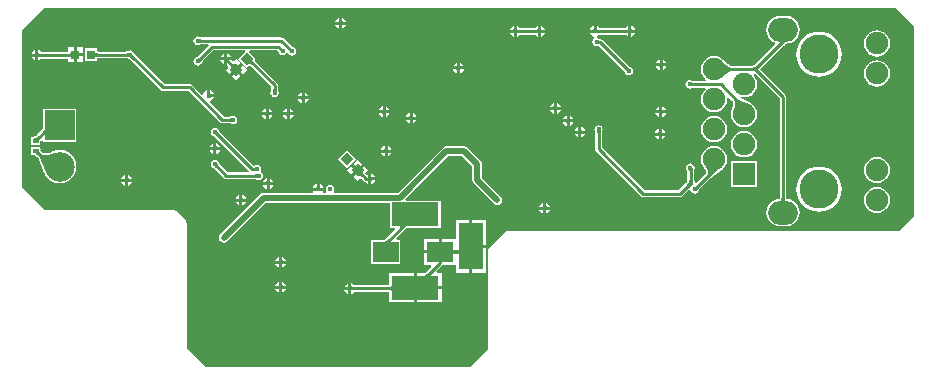
<source format=gbl>
G04*
G04 #@! TF.GenerationSoftware,Altium Limited,Altium Designer,18.1.9 (240)*
G04*
G04 Layer_Physical_Order=2*
G04 Layer_Color=16711680*
%FSLAX25Y25*%
%MOIN*%
G70*
G01*
G75*
%ADD10C,0.01000*%
%ADD12C,0.02000*%
%ADD24R,0.01968X0.01575*%
%ADD71R,0.07500X0.07500*%
%ADD72C,0.07500*%
%ADD73O,0.09843X0.07874*%
%ADD74C,0.13000*%
%ADD75R,0.09843X0.09843*%
%ADD76C,0.09843*%
%ADD77R,0.15748X0.07874*%
%ADD78R,0.07874X0.15748*%
%ADD79C,0.01600*%
%ADD80R,0.03000X0.03000*%
%ADD81R,0.08661X0.06890*%
%ADD82P,0.04243X4X270.0*%
%ADD83P,0.04243X4X360.0*%
G36*
X580878Y247235D02*
Y184065D01*
X575935Y179122D01*
X445400D01*
X444971Y179036D01*
X444607Y178793D01*
X444607Y178793D01*
X439207Y173393D01*
X438964Y173029D01*
X438878Y172600D01*
X438878Y172600D01*
Y139665D01*
X433035Y133822D01*
X344865D01*
X338422Y140265D01*
Y181900D01*
X338422Y181900D01*
X338336Y182329D01*
X338093Y182693D01*
X335093Y185693D01*
X334729Y185936D01*
X334300Y186022D01*
X334300Y186022D01*
X291265D01*
X283622Y193665D01*
Y246135D01*
X290865Y253378D01*
X559100Y253379D01*
X574735D01*
X580878Y247235D01*
D02*
G37*
%LPC*%
G36*
X390200Y250136D02*
Y248900D01*
X391436D01*
X391396Y249102D01*
X390998Y249698D01*
X390402Y250096D01*
X390200Y250136D01*
D02*
G37*
G36*
X389200D02*
X388998Y250096D01*
X388402Y249698D01*
X388004Y249102D01*
X387964Y248900D01*
X389200D01*
Y250136D01*
D02*
G37*
G36*
X485613Y247436D02*
X485411Y247396D01*
X484816Y246998D01*
X484698Y246821D01*
X476015D01*
X475897Y246998D01*
X475302Y247396D01*
X475100Y247436D01*
Y245700D01*
X474600D01*
Y245200D01*
X472864D01*
X472904Y244998D01*
X473302Y244402D01*
X473897Y244004D01*
X474317Y243921D01*
X474338Y243863D01*
X474369Y243401D01*
X474019Y243166D01*
X473709Y242703D01*
X473601Y242157D01*
X473709Y241611D01*
X474019Y241148D01*
X474482Y240838D01*
X475028Y240730D01*
X475574Y240838D01*
X475755Y240959D01*
X484171Y232542D01*
X484196Y232478D01*
X484355Y232313D01*
X484412Y232246D01*
X484419Y232237D01*
X484422Y232231D01*
X484423Y232230D01*
X484427Y232224D01*
X484481Y231954D01*
X484791Y231491D01*
X485254Y231181D01*
X485800Y231073D01*
X486346Y231181D01*
X486809Y231491D01*
X487119Y231954D01*
X487227Y232500D01*
X487119Y233046D01*
X486809Y233509D01*
X486346Y233819D01*
X486078Y233872D01*
X485880Y234046D01*
X485829Y234097D01*
X485762Y234124D01*
X476936Y242950D01*
X476572Y243193D01*
X476143Y243279D01*
X476143Y243279D01*
X475869D01*
X475574Y243476D01*
X475391Y243512D01*
X475327Y243868D01*
X475343Y244032D01*
X475897Y244402D01*
X476015Y244579D01*
X484698D01*
X484816Y244402D01*
X485411Y244004D01*
X485613Y243964D01*
Y245700D01*
Y247436D01*
D02*
G37*
G36*
X455500D02*
X455297Y247396D01*
X454702Y246998D01*
X454584Y246821D01*
X449415D01*
X449298Y246998D01*
X448702Y247396D01*
X448500Y247436D01*
Y245700D01*
Y243964D01*
X448702Y244004D01*
X449298Y244402D01*
X449415Y244579D01*
X454584D01*
X454702Y244402D01*
X455297Y244004D01*
X455500Y243964D01*
Y245700D01*
Y247436D01*
D02*
G37*
G36*
X391436Y247900D02*
X390200D01*
Y246664D01*
X390402Y246704D01*
X390998Y247102D01*
X391396Y247698D01*
X391436Y247900D01*
D02*
G37*
G36*
X389200D02*
X387964D01*
X388004Y247698D01*
X388402Y247102D01*
X388998Y246704D01*
X389200Y246664D01*
Y247900D01*
D02*
G37*
G36*
X486613Y247436D02*
Y246200D01*
X487849D01*
X487809Y246402D01*
X487411Y246998D01*
X486816Y247396D01*
X486613Y247436D01*
D02*
G37*
G36*
X474100D02*
X473897Y247396D01*
X473302Y246998D01*
X472904Y246402D01*
X472864Y246200D01*
X474100D01*
Y247436D01*
D02*
G37*
G36*
X456500D02*
Y246200D01*
X457735D01*
X457695Y246402D01*
X457297Y246998D01*
X456702Y247396D01*
X456500Y247436D01*
D02*
G37*
G36*
X447500D02*
X447298Y247396D01*
X446702Y246998D01*
X446304Y246402D01*
X446264Y246200D01*
X447500D01*
Y247436D01*
D02*
G37*
G36*
X487849Y245200D02*
X486613D01*
Y243964D01*
X486816Y244004D01*
X487411Y244402D01*
X487809Y244998D01*
X487849Y245200D01*
D02*
G37*
G36*
X457735D02*
X456500D01*
Y243964D01*
X456702Y244004D01*
X457297Y244402D01*
X457695Y244998D01*
X457735Y245200D01*
D02*
G37*
G36*
X447500D02*
X446264D01*
X446304Y244998D01*
X446702Y244402D01*
X447298Y244004D01*
X447500Y243964D01*
Y245200D01*
D02*
G37*
G36*
X300841Y240462D02*
X298841D01*
Y238932D01*
X298836Y238932D01*
X298774Y238905D01*
X289884D01*
X289766Y239081D01*
X289171Y239478D01*
X288969Y239519D01*
Y237783D01*
Y236047D01*
X289171Y236087D01*
X289766Y236485D01*
X289884Y236661D01*
X298774D01*
X298836Y236634D01*
X298841Y236634D01*
Y235462D01*
X300841D01*
Y237962D01*
Y240462D01*
D02*
G37*
G36*
X303841D02*
X301841D01*
Y238462D01*
X303841D01*
Y240462D01*
D02*
G37*
G36*
X287969Y239519D02*
X287766Y239478D01*
X287171Y239081D01*
X286773Y238485D01*
X286733Y238283D01*
X287969D01*
Y239519D01*
D02*
G37*
G36*
X342101Y244053D02*
X341554Y243944D01*
X341091Y243635D01*
X340782Y243172D01*
X340673Y242626D01*
X340782Y242079D01*
X341091Y241616D01*
X341554Y241307D01*
X342101Y241198D01*
X342647Y241307D01*
X342874Y241459D01*
X343137Y241476D01*
X343209Y241476D01*
X343275Y241504D01*
X345586D01*
X345793Y241004D01*
X342143Y237354D01*
X342079Y237329D01*
X341913Y237171D01*
X341847Y237114D01*
X341837Y237107D01*
X341832Y237104D01*
X341831Y237102D01*
X341825Y237098D01*
X341554Y237044D01*
X341091Y236735D01*
X340782Y236272D01*
X340673Y235726D01*
X340782Y235179D01*
X341091Y234716D01*
X341554Y234407D01*
X342101Y234298D01*
X342647Y234407D01*
X343110Y234716D01*
X343419Y235179D01*
X343473Y235448D01*
X343647Y235646D01*
X343697Y235697D01*
X343724Y235763D01*
X347339Y239378D01*
X357755D01*
X357947Y238916D01*
X355630Y236600D01*
X358600Y233630D01*
X359349Y234379D01*
X359356Y234374D01*
X359435Y234317D01*
X359534Y234235D01*
X359659Y234116D01*
X359722Y234092D01*
X366579Y227235D01*
Y226482D01*
X366551Y226419D01*
X366546Y226189D01*
X366539Y226102D01*
X366537Y226091D01*
X366536Y226085D01*
X366536Y226083D01*
X366535Y226076D01*
X366381Y225846D01*
X366273Y225300D01*
X366381Y224754D01*
X366691Y224291D01*
X367154Y223981D01*
X367700Y223873D01*
X368246Y223981D01*
X368709Y224291D01*
X369019Y224754D01*
X369127Y225300D01*
X369019Y225846D01*
X368867Y226074D01*
X368850Y226337D01*
X368849Y226409D01*
X368822Y226475D01*
Y227700D01*
X368822Y227700D01*
X368736Y228129D01*
X368493Y228493D01*
X368493Y228493D01*
X361308Y235678D01*
X361284Y235741D01*
X361165Y235866D01*
X361083Y235965D01*
X361026Y236044D01*
X361021Y236052D01*
X361570Y236600D01*
X359253Y238916D01*
X359445Y239378D01*
X368535D01*
X368771Y239142D01*
X368796Y239078D01*
X368955Y238913D01*
X369012Y238846D01*
X369019Y238837D01*
X369022Y238831D01*
X369023Y238830D01*
X369027Y238825D01*
X369081Y238554D01*
X369391Y238091D01*
X369854Y237781D01*
X370400Y237673D01*
X370946Y237781D01*
X371409Y238091D01*
X371674Y238487D01*
X372000Y238499D01*
X372210Y238459D01*
X372491Y238038D01*
X372954Y237729D01*
X373500Y237620D01*
X374046Y237729D01*
X374509Y238038D01*
X374819Y238501D01*
X374927Y239048D01*
X374819Y239594D01*
X374509Y240057D01*
X374046Y240366D01*
X373778Y240420D01*
X373580Y240594D01*
X373529Y240644D01*
X373462Y240671D01*
X370715Y243419D01*
X370351Y243662D01*
X369922Y243747D01*
X369922Y243747D01*
X343282D01*
X343219Y243775D01*
X342990Y243780D01*
X342903Y243787D01*
X342891Y243788D01*
X342885Y243790D01*
X342883Y243790D01*
X342876Y243791D01*
X342647Y243944D01*
X342101Y244053D01*
D02*
G37*
G36*
X568491Y246070D02*
X567355Y245920D01*
X566297Y245482D01*
X565388Y244784D01*
X564691Y243876D01*
X564253Y242818D01*
X564104Y241682D01*
X564253Y240546D01*
X564691Y239488D01*
X565388Y238580D01*
X566297Y237882D01*
X567355Y237444D01*
X568491Y237295D01*
X569627Y237444D01*
X570685Y237882D01*
X571594Y238580D01*
X572291Y239488D01*
X572729Y240546D01*
X572879Y241682D01*
X572729Y242818D01*
X572291Y243876D01*
X571594Y244784D01*
X570685Y245482D01*
X569627Y245920D01*
X568491Y246070D01*
D02*
G37*
G36*
X351900Y238298D02*
Y237062D01*
X353136D01*
X353096Y237264D01*
X352698Y237860D01*
X352102Y238257D01*
X351900Y238298D01*
D02*
G37*
G36*
X350900D02*
X350698Y238257D01*
X350102Y237860D01*
X349704Y237264D01*
X349664Y237062D01*
X350900D01*
Y238298D01*
D02*
G37*
G36*
X287969Y237283D02*
X286733D01*
X286773Y237081D01*
X287171Y236485D01*
X287766Y236087D01*
X287969Y236047D01*
Y237283D01*
D02*
G37*
G36*
X354981Y236516D02*
X354340Y235876D01*
X353661Y235887D01*
X353486Y236062D01*
X352462D01*
X351900Y235500D01*
Y234476D01*
X352075Y234301D01*
X352086Y233622D01*
X351445Y232981D01*
X352860Y231567D01*
X354627Y233334D01*
X356395Y235102D01*
X354981Y236516D01*
D02*
G37*
G36*
X303841Y237462D02*
X301841D01*
Y235462D01*
X303841D01*
Y237462D01*
D02*
G37*
G36*
X497024Y236236D02*
Y235000D01*
X498260D01*
X498220Y235202D01*
X497822Y235798D01*
X497227Y236196D01*
X497024Y236236D01*
D02*
G37*
G36*
X496024D02*
X495822Y236196D01*
X495227Y235798D01*
X494829Y235202D01*
X494789Y235000D01*
X496024D01*
Y236236D01*
D02*
G37*
G36*
X350900Y236062D02*
X349664D01*
X349704Y235860D01*
X350102Y235264D01*
X350698Y234866D01*
X350900Y234826D01*
Y236062D01*
D02*
G37*
G36*
X538176Y250825D02*
X536207D01*
X535023Y250669D01*
X533919Y250212D01*
X532972Y249485D01*
X532244Y248537D01*
X531787Y247433D01*
X531631Y246249D01*
X531787Y245065D01*
X532244Y243961D01*
X532972Y243013D01*
X533919Y242286D01*
X534537Y242030D01*
X534654Y241440D01*
X528020Y234806D01*
X527957Y234783D01*
X527831Y234665D01*
X527719Y234575D01*
X527606Y234498D01*
X527490Y234433D01*
X527371Y234377D01*
X527248Y234332D01*
X527119Y234297D01*
X526984Y234271D01*
X526842Y234255D01*
X526670Y234249D01*
X526610Y234222D01*
X520271D01*
X520222Y234247D01*
X520020Y234264D01*
X519839Y234308D01*
X519622Y234388D01*
X519372Y234511D01*
X519094Y234678D01*
X518789Y234889D01*
X518465Y235140D01*
X517731Y235795D01*
X517335Y236187D01*
X517305Y236199D01*
X517303Y236203D01*
X516394Y236900D01*
X515336Y237338D01*
X514200Y237488D01*
X513064Y237338D01*
X512006Y236900D01*
X511097Y236203D01*
X510400Y235294D01*
X509962Y234236D01*
X509812Y233100D01*
X509962Y231964D01*
X510400Y230906D01*
X511097Y229997D01*
X511550Y229650D01*
X511380Y229151D01*
X507282D01*
X507219Y229178D01*
X506989Y229183D01*
X506903Y229190D01*
X506891Y229192D01*
X506885Y229193D01*
X506883Y229193D01*
X506876Y229194D01*
X506646Y229348D01*
X506100Y229456D01*
X505554Y229348D01*
X505091Y229038D01*
X504781Y228575D01*
X504673Y228029D01*
X504781Y227483D01*
X505091Y227020D01*
X505554Y226710D01*
X506100Y226602D01*
X506646Y226710D01*
X506874Y226862D01*
X507136Y226879D01*
X507209Y226880D01*
X507275Y226907D01*
X511195D01*
X511365Y226407D01*
X511097Y226203D01*
X510400Y225294D01*
X509962Y224236D01*
X509812Y223100D01*
X509962Y221964D01*
X510400Y220906D01*
X511097Y219998D01*
X512006Y219300D01*
X513064Y218862D01*
X514200Y218712D01*
X515336Y218862D01*
X516394Y219300D01*
X517303Y219998D01*
X518000Y220906D01*
X518438Y221964D01*
X518587Y223100D01*
X518524Y223583D01*
X518997Y223816D01*
X520235Y222579D01*
X520252Y222525D01*
X520404Y222347D01*
X520495Y222195D01*
X520562Y222023D01*
X520605Y221823D01*
X520622Y221589D01*
X520608Y221318D01*
X520559Y221011D01*
X520472Y220668D01*
X520345Y220291D01*
X520171Y219865D01*
X520171Y219740D01*
X519962Y219236D01*
X519812Y218100D01*
X519962Y216964D01*
X520400Y215906D01*
X521098Y214998D01*
X522006Y214300D01*
X523064Y213862D01*
X524200Y213713D01*
X525336Y213862D01*
X526394Y214300D01*
X527303Y214998D01*
X528000Y215906D01*
X528438Y216964D01*
X528587Y218100D01*
X528438Y219236D01*
X528000Y220294D01*
X527303Y221202D01*
X526394Y221900D01*
X525989Y222067D01*
X525902Y222157D01*
X525899Y222157D01*
X525897Y222159D01*
X525215Y222446D01*
X523181Y223342D01*
X523317Y223829D01*
X524200Y223712D01*
X525336Y223862D01*
X526394Y224300D01*
X527303Y224997D01*
X528000Y225906D01*
X528438Y226964D01*
X528587Y228100D01*
X528438Y229236D01*
X528000Y230294D01*
X527389Y231089D01*
X527381Y231109D01*
X527377Y231176D01*
X527443Y231432D01*
X527564Y231632D01*
X527694Y231642D01*
X527719Y231625D01*
X527831Y231535D01*
X527957Y231417D01*
X528020Y231394D01*
X536070Y223343D01*
Y190327D01*
X536043Y190265D01*
X536038Y190092D01*
X536027Y189964D01*
X536011Y189867D01*
X536008Y189854D01*
X535023Y189724D01*
X533919Y189267D01*
X532972Y188540D01*
X532244Y187592D01*
X531787Y186488D01*
X531631Y185304D01*
X531787Y184120D01*
X532244Y183016D01*
X532972Y182068D01*
X533919Y181341D01*
X535023Y180884D01*
X536207Y180728D01*
X538176D01*
X539361Y180884D01*
X540465Y181341D01*
X541412Y182068D01*
X542140Y183016D01*
X542597Y184120D01*
X542753Y185304D01*
X542597Y186488D01*
X542140Y187592D01*
X541412Y188540D01*
X540465Y189267D01*
X539361Y189724D01*
X538376Y189854D01*
X538373Y189867D01*
X538357Y189964D01*
X538346Y190092D01*
X538341Y190265D01*
X538314Y190327D01*
Y223808D01*
X538228Y224237D01*
X537985Y224601D01*
X537985Y224601D01*
X529884Y232702D01*
X529884Y232704D01*
X529872Y232714D01*
X529818Y232768D01*
X529797Y232827D01*
X529696Y232939D01*
X529647Y233009D01*
X529623Y233057D01*
X529615Y233085D01*
X529613Y233100D01*
X529615Y233115D01*
X529623Y233142D01*
X529647Y233191D01*
X529696Y233261D01*
X529797Y233373D01*
X529818Y233432D01*
X529872Y233486D01*
X529884Y233495D01*
X529884Y233498D01*
X537138Y240752D01*
X537203Y240778D01*
X537408Y240976D01*
X537788Y241305D01*
X537948Y241425D01*
X538098Y241524D01*
X538232Y241600D01*
X538346Y241652D01*
X538438Y241685D01*
X538507Y241700D01*
X538604Y241707D01*
X538664Y241737D01*
X539361Y241829D01*
X540465Y242286D01*
X541412Y243013D01*
X542140Y243961D01*
X542597Y245065D01*
X542753Y246249D01*
X542597Y247433D01*
X542140Y248537D01*
X541412Y249485D01*
X540465Y250212D01*
X539361Y250669D01*
X538176Y250825D01*
D02*
G37*
G36*
X429518Y235307D02*
Y234071D01*
X430754D01*
X430713Y234274D01*
X430315Y234869D01*
X429720Y235267D01*
X429518Y235307D01*
D02*
G37*
G36*
X428518D02*
X428315Y235267D01*
X427720Y234869D01*
X427322Y234274D01*
X427282Y234071D01*
X428518D01*
Y235307D01*
D02*
G37*
G36*
X498260Y234000D02*
X497024D01*
Y232764D01*
X497227Y232804D01*
X497822Y233202D01*
X498220Y233798D01*
X498260Y234000D01*
D02*
G37*
G36*
X496024D02*
X494789D01*
X494829Y233798D01*
X495227Y233202D01*
X495822Y232804D01*
X496024Y232764D01*
Y234000D01*
D02*
G37*
G36*
X430754Y233071D02*
X429518D01*
Y231836D01*
X429720Y231876D01*
X430315Y232274D01*
X430713Y232869D01*
X430754Y233071D01*
D02*
G37*
G36*
X428518D02*
X427282D01*
X427322Y232869D01*
X427720Y232274D01*
X428315Y231876D01*
X428518Y231836D01*
Y233071D01*
D02*
G37*
G36*
X357102Y234395D02*
X355688Y232981D01*
X357102Y231567D01*
X358517Y232981D01*
X357102Y234395D01*
D02*
G37*
G36*
X549200Y245626D02*
X547732Y245482D01*
X546320Y245053D01*
X545019Y244358D01*
X543878Y243422D01*
X542942Y242281D01*
X542247Y240980D01*
X541818Y239568D01*
X541674Y238100D01*
X541818Y236632D01*
X542247Y235220D01*
X542942Y233919D01*
X543878Y232778D01*
X545019Y231842D01*
X546320Y231147D01*
X547732Y230718D01*
X549200Y230574D01*
X550668Y230718D01*
X552080Y231147D01*
X553381Y231842D01*
X554522Y232778D01*
X555458Y233919D01*
X556153Y235220D01*
X556582Y236632D01*
X556726Y238100D01*
X556582Y239568D01*
X556153Y240980D01*
X555458Y242281D01*
X554522Y243422D01*
X553381Y244358D01*
X552080Y245053D01*
X550668Y245482D01*
X549200Y245626D01*
D02*
G37*
G36*
X354981Y232274D02*
X353567Y230860D01*
X354981Y229445D01*
X356395Y230860D01*
X354981Y232274D01*
D02*
G37*
G36*
X568491Y236069D02*
X567355Y235920D01*
X566297Y235482D01*
X565388Y234785D01*
X564691Y233876D01*
X564253Y232818D01*
X564104Y231682D01*
X564253Y230546D01*
X564691Y229488D01*
X565388Y228579D01*
X566297Y227882D01*
X567355Y227444D01*
X568491Y227294D01*
X569627Y227444D01*
X570685Y227882D01*
X571594Y228579D01*
X572291Y229488D01*
X572729Y230546D01*
X572879Y231682D01*
X572729Y232818D01*
X572291Y233876D01*
X571594Y234785D01*
X570685Y235482D01*
X569627Y235920D01*
X568491Y236069D01*
D02*
G37*
G36*
X346200Y226041D02*
Y224805D01*
X347436D01*
X347396Y225008D01*
X346998Y225603D01*
X346402Y226001D01*
X346200Y226041D01*
D02*
G37*
G36*
X377800Y225236D02*
Y224000D01*
X379036D01*
X378996Y224202D01*
X378598Y224798D01*
X378002Y225196D01*
X377800Y225236D01*
D02*
G37*
G36*
X376800D02*
X376598Y225196D01*
X376002Y224798D01*
X375604Y224202D01*
X375564Y224000D01*
X376800D01*
Y225236D01*
D02*
G37*
G36*
X379036Y223000D02*
X377800D01*
Y221764D01*
X378002Y221804D01*
X378598Y222202D01*
X378996Y222798D01*
X379036Y223000D01*
D02*
G37*
G36*
X376800D02*
X375564D01*
X375604Y222798D01*
X376002Y222202D01*
X376598Y221804D01*
X376800Y221764D01*
Y223000D01*
D02*
G37*
G36*
X461847Y221789D02*
Y220553D01*
X463083D01*
X463043Y220755D01*
X462645Y221351D01*
X462050Y221748D01*
X461847Y221789D01*
D02*
G37*
G36*
X460847D02*
X460645Y221748D01*
X460049Y221351D01*
X459652Y220755D01*
X459611Y220553D01*
X460847D01*
Y221789D01*
D02*
G37*
G36*
X404700Y220730D02*
Y219495D01*
X405936D01*
X405896Y219697D01*
X405498Y220292D01*
X404902Y220690D01*
X404700Y220730D01*
D02*
G37*
G36*
X403700D02*
X403498Y220690D01*
X402902Y220292D01*
X402504Y219697D01*
X402464Y219495D01*
X403700D01*
Y220730D01*
D02*
G37*
G36*
X496900Y220683D02*
Y219447D01*
X498136D01*
X498095Y219649D01*
X497697Y220245D01*
X497102Y220642D01*
X496900Y220683D01*
D02*
G37*
G36*
X495900D02*
X495697Y220642D01*
X495102Y220245D01*
X494704Y219649D01*
X494664Y219447D01*
X495900D01*
Y220683D01*
D02*
G37*
G36*
X372800Y220036D02*
Y218800D01*
X374036D01*
X373996Y219002D01*
X373598Y219598D01*
X373002Y219996D01*
X372800Y220036D01*
D02*
G37*
G36*
X371800D02*
X371598Y219996D01*
X371002Y219598D01*
X370604Y219002D01*
X370564Y218800D01*
X371800D01*
Y220036D01*
D02*
G37*
G36*
X365700D02*
Y218800D01*
X366936D01*
X366896Y219002D01*
X366498Y219598D01*
X365902Y219996D01*
X365700Y220036D01*
D02*
G37*
G36*
X364700D02*
X364498Y219996D01*
X363902Y219598D01*
X363504Y219002D01*
X363464Y218800D01*
X364700D01*
Y220036D01*
D02*
G37*
G36*
X463083Y219553D02*
X461847D01*
Y218317D01*
X462050Y218357D01*
X462645Y218755D01*
X463043Y219350D01*
X463083Y219553D01*
D02*
G37*
G36*
X460847D02*
X459611D01*
X459652Y219350D01*
X460049Y218755D01*
X460645Y218357D01*
X460847Y218317D01*
Y219553D01*
D02*
G37*
G36*
X413700Y218536D02*
Y217300D01*
X414936D01*
X414896Y217502D01*
X414498Y218098D01*
X413902Y218496D01*
X413700Y218536D01*
D02*
G37*
G36*
X412700D02*
X412498Y218496D01*
X411902Y218098D01*
X411504Y217502D01*
X411464Y217300D01*
X412700D01*
Y218536D01*
D02*
G37*
G36*
X405936Y218495D02*
X404700D01*
Y217259D01*
X404902Y217299D01*
X405498Y217697D01*
X405896Y218292D01*
X405936Y218495D01*
D02*
G37*
G36*
X403700D02*
X402464D01*
X402504Y218292D01*
X402902Y217697D01*
X403498Y217299D01*
X403700Y217259D01*
Y218495D01*
D02*
G37*
G36*
X498136Y218447D02*
X496900D01*
Y217211D01*
X497102Y217251D01*
X497697Y217649D01*
X498095Y218245D01*
X498136Y218447D01*
D02*
G37*
G36*
X495900D02*
X494664D01*
X494704Y218245D01*
X495102Y217649D01*
X495697Y217251D01*
X495900Y217211D01*
Y218447D01*
D02*
G37*
G36*
X374036Y217800D02*
X372800D01*
Y216564D01*
X373002Y216604D01*
X373598Y217002D01*
X373996Y217598D01*
X374036Y217800D01*
D02*
G37*
G36*
X371800D02*
X370564D01*
X370604Y217598D01*
X371002Y217002D01*
X371598Y216604D01*
X371800Y216564D01*
Y217800D01*
D02*
G37*
G36*
X366936D02*
X365700D01*
Y216564D01*
X365902Y216604D01*
X366498Y217002D01*
X366896Y217598D01*
X366936Y217800D01*
D02*
G37*
G36*
X364700D02*
X363464D01*
X363504Y217598D01*
X363902Y217002D01*
X364498Y216604D01*
X364700Y216564D01*
Y217800D01*
D02*
G37*
G36*
X466100Y217636D02*
Y216400D01*
X467336D01*
X467296Y216602D01*
X466898Y217198D01*
X466302Y217596D01*
X466100Y217636D01*
D02*
G37*
G36*
X465100D02*
X464898Y217596D01*
X464302Y217198D01*
X463904Y216602D01*
X463864Y216400D01*
X465100D01*
Y217636D01*
D02*
G37*
G36*
X414936Y216300D02*
X413700D01*
Y215064D01*
X413902Y215104D01*
X414498Y215502D01*
X414896Y216098D01*
X414936Y216300D01*
D02*
G37*
G36*
X412700D02*
X411464D01*
X411504Y216098D01*
X411902Y215502D01*
X412498Y215104D01*
X412700Y215064D01*
Y216300D01*
D02*
G37*
G36*
X308559Y240062D02*
X304359D01*
Y235862D01*
X308559D01*
Y236679D01*
X308567Y236681D01*
X308664Y236697D01*
X308791Y236708D01*
X308964Y236712D01*
X309026Y236740D01*
X318522D01*
X318589Y236712D01*
X318674Y236712D01*
X318926Y236706D01*
X318964Y236703D01*
X319053Y236643D01*
X319322Y236590D01*
X319520Y236416D01*
X319571Y236365D01*
X319637Y236338D01*
X329768Y226207D01*
X330132Y225964D01*
X330561Y225878D01*
X330562Y225879D01*
X339035D01*
X349507Y215407D01*
X349507Y215407D01*
X349871Y215164D01*
X350300Y215078D01*
X350300Y215078D01*
X352718D01*
X352781Y215051D01*
X353011Y215046D01*
X353098Y215039D01*
X353109Y215037D01*
X353115Y215036D01*
X353117Y215036D01*
X353124Y215035D01*
X353354Y214881D01*
X353900Y214773D01*
X354446Y214881D01*
X354909Y215191D01*
X355219Y215654D01*
X355327Y216200D01*
X355219Y216746D01*
X354909Y217209D01*
X354446Y217519D01*
X353900Y217627D01*
X353354Y217519D01*
X353126Y217367D01*
X352864Y217350D01*
X352791Y217349D01*
X352725Y217321D01*
X350765D01*
X346055Y222031D01*
X346220Y222574D01*
X346402Y222610D01*
X346998Y223008D01*
X347396Y223603D01*
X347436Y223805D01*
X345700D01*
Y224306D01*
X345200D01*
Y226041D01*
X344998Y226001D01*
X344402Y225603D01*
X344004Y225008D01*
X343968Y224825D01*
X343426Y224661D01*
X340293Y227793D01*
X339929Y228036D01*
X339500Y228122D01*
X339500Y228121D01*
X331026D01*
X321228Y237919D01*
X321203Y237983D01*
X321045Y238149D01*
X320988Y238215D01*
X320981Y238225D01*
X320978Y238230D01*
X320976Y238232D01*
X320972Y238237D01*
X320918Y238508D01*
X320609Y238971D01*
X320146Y239281D01*
X319600Y239389D01*
X319053Y239281D01*
X318670Y239025D01*
X318491Y239012D01*
X318421Y239011D01*
X318372Y238990D01*
X318321Y239002D01*
X318290Y238983D01*
X309026D01*
X308964Y239011D01*
X308791Y239015D01*
X308664Y239026D01*
X308567Y239042D01*
X308559Y239044D01*
Y240062D01*
D02*
G37*
G36*
X467336Y215400D02*
X466100D01*
Y214164D01*
X466302Y214204D01*
X466898Y214602D01*
X467296Y215198D01*
X467336Y215400D01*
D02*
G37*
G36*
X465100D02*
X463864D01*
X463904Y215198D01*
X464302Y214602D01*
X464898Y214204D01*
X465100Y214164D01*
Y215400D01*
D02*
G37*
G36*
X469900Y213836D02*
Y212600D01*
X471136D01*
X471096Y212802D01*
X470698Y213398D01*
X470102Y213796D01*
X469900Y213836D01*
D02*
G37*
G36*
X468900D02*
X468698Y213796D01*
X468102Y213398D01*
X467704Y212802D01*
X467664Y212600D01*
X468900D01*
Y213836D01*
D02*
G37*
G36*
X496811Y213146D02*
Y211911D01*
X498046D01*
X498006Y212113D01*
X497608Y212708D01*
X497013Y213106D01*
X496811Y213146D01*
D02*
G37*
G36*
X495811D02*
X495608Y213106D01*
X495013Y212708D01*
X494615Y212113D01*
X494575Y211911D01*
X495811D01*
Y213146D01*
D02*
G37*
G36*
X301621Y219932D02*
X290579D01*
Y213862D01*
X290554Y213810D01*
X290549Y213704D01*
X290537Y213628D01*
X290516Y213548D01*
X290486Y213462D01*
X290443Y213370D01*
X290388Y213271D01*
X290319Y213166D01*
X290236Y213056D01*
X290138Y212941D01*
X290013Y212810D01*
X289989Y212746D01*
X288495Y211253D01*
X288434Y211230D01*
X288069Y210892D01*
X287932Y210782D01*
X287812Y210699D01*
X287742Y210659D01*
X287444D01*
X287371Y210678D01*
X287338Y210659D01*
X286515D01*
Y207884D01*
X289684D01*
Y208755D01*
X289709Y208811D01*
X289689Y208864D01*
X289703Y208920D01*
X289684Y208952D01*
Y209142D01*
X289759Y209249D01*
X290052Y209592D01*
X290079Y209619D01*
X290579Y209417D01*
Y208890D01*
X301621D01*
Y219932D01*
D02*
G37*
G36*
X471136Y211600D02*
X469900D01*
Y210364D01*
X470102Y210404D01*
X470698Y210802D01*
X471096Y211398D01*
X471136Y211600D01*
D02*
G37*
G36*
X468900D02*
X467664D01*
X467704Y211398D01*
X468102Y210802D01*
X468698Y210404D01*
X468900Y210364D01*
Y211600D01*
D02*
G37*
G36*
X498046Y210911D02*
X496811D01*
Y209675D01*
X497013Y209715D01*
X497608Y210113D01*
X498006Y210708D01*
X498046Y210911D01*
D02*
G37*
G36*
X495811D02*
X494575D01*
X494615Y210708D01*
X495013Y210113D01*
X495608Y209715D01*
X495811Y209675D01*
Y210911D01*
D02*
G37*
G36*
X514200Y217488D02*
X513064Y217338D01*
X512006Y216900D01*
X511097Y216202D01*
X510400Y215294D01*
X509962Y214236D01*
X509812Y213100D01*
X509962Y211964D01*
X510400Y210906D01*
X511097Y209998D01*
X512006Y209300D01*
X513064Y208862D01*
X514200Y208713D01*
X515336Y208862D01*
X516394Y209300D01*
X517303Y209998D01*
X518000Y210906D01*
X518438Y211964D01*
X518587Y213100D01*
X518438Y214236D01*
X518000Y215294D01*
X517303Y216202D01*
X516394Y216900D01*
X515336Y217338D01*
X514200Y217488D01*
D02*
G37*
G36*
X348322Y208414D02*
Y207178D01*
X349557D01*
X349517Y207381D01*
X349119Y207976D01*
X348524Y208374D01*
X348322Y208414D01*
D02*
G37*
G36*
X347322D02*
X347119Y208374D01*
X346524Y207976D01*
X346126Y207381D01*
X346086Y207178D01*
X347322D01*
Y208414D01*
D02*
G37*
G36*
X405400Y207483D02*
Y206247D01*
X406636D01*
X406596Y206450D01*
X406198Y207045D01*
X405602Y207443D01*
X405400Y207483D01*
D02*
G37*
G36*
X404400D02*
X404198Y207443D01*
X403602Y207045D01*
X403204Y206450D01*
X403164Y206247D01*
X404400D01*
Y207483D01*
D02*
G37*
G36*
X349557Y206178D02*
X348322D01*
Y204942D01*
X348524Y204983D01*
X349119Y205381D01*
X349517Y205976D01*
X349557Y206178D01*
D02*
G37*
G36*
X347322D02*
X346086D01*
X346126Y205976D01*
X346524Y205381D01*
X347119Y204983D01*
X347322Y204942D01*
Y206178D01*
D02*
G37*
G36*
X406636Y205247D02*
X405400D01*
Y204012D01*
X405602Y204052D01*
X406198Y204450D01*
X406596Y205045D01*
X406636Y205247D01*
D02*
G37*
G36*
X404400D02*
X403164D01*
X403204Y205045D01*
X403602Y204450D01*
X404198Y204052D01*
X404400Y204012D01*
Y205247D01*
D02*
G37*
G36*
X524200Y212488D02*
X523064Y212338D01*
X522006Y211900D01*
X521098Y211203D01*
X520400Y210294D01*
X519962Y209236D01*
X519812Y208100D01*
X519962Y206964D01*
X520400Y205906D01*
X521098Y204997D01*
X522006Y204300D01*
X523064Y203862D01*
X524200Y203713D01*
X525336Y203862D01*
X526394Y204300D01*
X527303Y204997D01*
X528000Y205906D01*
X528438Y206964D01*
X528587Y208100D01*
X528438Y209236D01*
X528000Y210294D01*
X527303Y211203D01*
X526394Y211900D01*
X525336Y212338D01*
X524200Y212488D01*
D02*
G37*
G36*
X395395Y202917D02*
X393981Y201502D01*
X395395Y200088D01*
X396809Y201502D01*
X395395Y202917D01*
D02*
G37*
G36*
X391776Y205970D02*
X388806Y203000D01*
X391776Y200030D01*
X394746Y203000D01*
X391776Y205970D01*
D02*
G37*
G36*
X347800Y213527D02*
X347254Y213419D01*
X346791Y213109D01*
X346481Y212646D01*
X346373Y212100D01*
X346481Y211554D01*
X346791Y211091D01*
X347254Y210781D01*
X347522Y210728D01*
X347720Y210554D01*
X347771Y210503D01*
X347838Y210476D01*
X359092Y199222D01*
X358885Y198722D01*
X352065D01*
X349429Y201358D01*
X349404Y201422D01*
X349245Y201587D01*
X349188Y201654D01*
X349181Y201663D01*
X349178Y201669D01*
X349177Y201670D01*
X349173Y201676D01*
X349119Y201946D01*
X348809Y202409D01*
X348346Y202719D01*
X347800Y202827D01*
X347254Y202719D01*
X346791Y202409D01*
X346481Y201946D01*
X346373Y201400D01*
X346481Y200854D01*
X346791Y200391D01*
X347254Y200081D01*
X347522Y200028D01*
X347720Y199854D01*
X347771Y199803D01*
X347838Y199776D01*
X350807Y196807D01*
X350807Y196807D01*
X351171Y196564D01*
X351600Y196478D01*
X351600Y196478D01*
X361218D01*
X361281Y196451D01*
X361510Y196446D01*
X361597Y196439D01*
X361609Y196437D01*
X361615Y196436D01*
X361617Y196436D01*
X361624Y196435D01*
X361854Y196281D01*
X362400Y196173D01*
X362946Y196281D01*
X363409Y196591D01*
X363719Y197054D01*
X363827Y197600D01*
X363719Y198146D01*
X363409Y198609D01*
X363327Y198665D01*
X363119Y199254D01*
X363227Y199800D01*
X363119Y200346D01*
X362809Y200809D01*
X362346Y201119D01*
X361800Y201227D01*
X361254Y201119D01*
X361026Y200967D01*
X360764Y200950D01*
X360691Y200949D01*
X360625Y200922D01*
X360565D01*
X349429Y212057D01*
X349404Y212122D01*
X349245Y212287D01*
X349188Y212354D01*
X349181Y212363D01*
X349178Y212368D01*
X349177Y212370D01*
X349173Y212375D01*
X349119Y212646D01*
X348809Y213109D01*
X348346Y213419D01*
X347800Y213527D01*
D02*
G37*
G36*
X393274Y200795D02*
X391859Y199381D01*
X393274Y197967D01*
X394688Y199381D01*
X393274Y200795D01*
D02*
G37*
G36*
X400000Y198236D02*
Y197000D01*
X401236D01*
X401196Y197202D01*
X400798Y197798D01*
X400202Y198196D01*
X400000Y198236D01*
D02*
G37*
G36*
X318858Y197793D02*
Y196557D01*
X320093D01*
X320053Y196760D01*
X319655Y197355D01*
X319060Y197753D01*
X318858Y197793D01*
D02*
G37*
G36*
X317858D02*
X317655Y197753D01*
X317060Y197355D01*
X316662Y196760D01*
X316622Y196557D01*
X317858D01*
Y197793D01*
D02*
G37*
G36*
X366027Y196736D02*
Y195500D01*
X367263D01*
X367223Y195702D01*
X366825Y196298D01*
X366230Y196696D01*
X366027Y196736D01*
D02*
G37*
G36*
X365027D02*
X364825Y196696D01*
X364230Y196298D01*
X363832Y195702D01*
X363792Y195500D01*
X365027D01*
Y196736D01*
D02*
G37*
G36*
X568491Y203905D02*
X567355Y203755D01*
X566297Y203317D01*
X565388Y202620D01*
X564691Y201711D01*
X564253Y200653D01*
X564104Y199517D01*
X564253Y198381D01*
X564691Y197323D01*
X565388Y196414D01*
X566297Y195717D01*
X567355Y195279D01*
X568491Y195130D01*
X569627Y195279D01*
X570685Y195717D01*
X571594Y196414D01*
X572291Y197323D01*
X572729Y198381D01*
X572879Y199517D01*
X572729Y200653D01*
X572291Y201711D01*
X571594Y202620D01*
X570685Y203317D01*
X569627Y203755D01*
X568491Y203905D01*
D02*
G37*
G36*
X289684Y207312D02*
X286515D01*
Y204538D01*
X287338D01*
X287371Y204518D01*
X287444Y204538D01*
X287742D01*
X287812Y204497D01*
X287924Y204419D01*
X288242Y204151D01*
X288424Y203975D01*
X288489Y203949D01*
X288696Y203743D01*
X290951Y198506D01*
X291040Y198419D01*
X291277Y197847D01*
X292162Y196694D01*
X293316Y195809D01*
X294659Y195252D01*
X296100Y195063D01*
X297541Y195252D01*
X298885Y195809D01*
X300038Y196694D01*
X300923Y197847D01*
X301479Y199190D01*
X301669Y200631D01*
X301479Y202073D01*
X300923Y203416D01*
X300038Y204569D01*
X298885Y205454D01*
X297541Y206011D01*
X296100Y206200D01*
X294659Y206011D01*
X294022Y205747D01*
X293897Y205748D01*
X293298Y205506D01*
X292759Y205323D01*
X292265Y205193D01*
X291820Y205114D01*
X291425Y205084D01*
X291081Y205098D01*
X290787Y205151D01*
X290538Y205239D01*
X290326Y205359D01*
X290157Y205500D01*
X289884Y205792D01*
X289764Y205940D01*
X289684Y206054D01*
Y206244D01*
X289703Y206276D01*
X289689Y206332D01*
X289709Y206385D01*
X289684Y206442D01*
Y207312D01*
D02*
G37*
G36*
X401236Y196000D02*
X400000D01*
Y194764D01*
X400202Y194804D01*
X400798Y195202D01*
X401196Y195798D01*
X401236Y196000D01*
D02*
G37*
G36*
X397516Y200795D02*
X395748Y199027D01*
X393981Y197260D01*
X395395Y195845D01*
X396350Y196800D01*
X396354Y196797D01*
X396417Y196773D01*
X397483Y195707D01*
X397483Y195707D01*
X397847Y195464D01*
X398055Y195422D01*
X398202Y195202D01*
X398798Y194804D01*
X399000Y194764D01*
Y196500D01*
Y198236D01*
X398798Y198196D01*
X398419Y197943D01*
X398003Y198359D01*
X397979Y198422D01*
X397975Y198426D01*
X398930Y199381D01*
X397516Y200795D01*
D02*
G37*
G36*
X320093Y195557D02*
X318858D01*
Y194322D01*
X319060Y194362D01*
X319655Y194760D01*
X320053Y195355D01*
X320093Y195557D01*
D02*
G37*
G36*
X317858D02*
X316622D01*
X316662Y195355D01*
X317060Y194760D01*
X317655Y194362D01*
X317858Y194322D01*
Y195557D01*
D02*
G37*
G36*
X528550Y202450D02*
X519850D01*
Y193750D01*
X528550D01*
Y202450D01*
D02*
G37*
G36*
X382700Y194836D02*
Y193600D01*
X383936D01*
X383896Y193802D01*
X383498Y194398D01*
X382902Y194796D01*
X382700Y194836D01*
D02*
G37*
G36*
X381700D02*
X381498Y194796D01*
X380902Y194398D01*
X380504Y193802D01*
X380464Y193600D01*
X381700D01*
Y194836D01*
D02*
G37*
G36*
X367263Y194500D02*
X366027D01*
Y193264D01*
X366230Y193304D01*
X366825Y193702D01*
X367223Y194298D01*
X367263Y194500D01*
D02*
G37*
G36*
X365027D02*
X363792D01*
X363832Y194298D01*
X364230Y193702D01*
X364825Y193304D01*
X365027Y193264D01*
Y194500D01*
D02*
G37*
G36*
X475700Y214427D02*
X475154Y214319D01*
X474691Y214009D01*
X474381Y213546D01*
X474273Y213000D01*
X474381Y212454D01*
X474533Y212226D01*
X474550Y211964D01*
X474551Y211891D01*
X474578Y211825D01*
Y206500D01*
X474578Y206500D01*
X474664Y206071D01*
X474907Y205707D01*
X489807Y190807D01*
X489807Y190807D01*
X490171Y190564D01*
X490600Y190478D01*
X502800D01*
X502800Y190478D01*
X503229Y190564D01*
X503593Y190807D01*
X505799Y193013D01*
X505823Y193012D01*
X506309Y192816D01*
X506381Y192454D01*
X506691Y191991D01*
X507154Y191681D01*
X507700Y191573D01*
X508246Y191681D01*
X508709Y191991D01*
X509019Y192454D01*
X509072Y192722D01*
X509246Y192920D01*
X509297Y192971D01*
X509324Y193038D01*
X513163Y196877D01*
X513202Y196887D01*
X516729Y199501D01*
X516737Y199514D01*
X516752Y199518D01*
X516805Y199616D01*
X517303Y199997D01*
X518000Y200906D01*
X518438Y201964D01*
X518587Y203100D01*
X518438Y204236D01*
X518000Y205294D01*
X517303Y206203D01*
X516394Y206900D01*
X515336Y207338D01*
X514200Y207488D01*
X513064Y207338D01*
X512006Y206900D01*
X511097Y206203D01*
X510400Y205294D01*
X509962Y204236D01*
X509812Y203100D01*
X509962Y201964D01*
X510400Y200906D01*
X510944Y200198D01*
X510968Y200118D01*
X510979Y200112D01*
X510983Y200100D01*
X511233Y199813D01*
X511413Y199565D01*
X511540Y199343D01*
X511618Y199149D01*
X511655Y198986D01*
X511661Y198847D01*
X511640Y198722D01*
X511591Y198594D01*
X511505Y198453D01*
X511342Y198265D01*
X511324Y198210D01*
X508301Y195187D01*
X508277Y195187D01*
X507791Y195384D01*
X507719Y195746D01*
X507566Y195974D01*
X507550Y196236D01*
X507549Y196309D01*
X507521Y196374D01*
Y199221D01*
X507549Y199288D01*
X507549Y199372D01*
X507555Y199624D01*
X507558Y199662D01*
X507619Y199753D01*
X507728Y200300D01*
X507619Y200846D01*
X507310Y201309D01*
X506847Y201619D01*
X506300Y201727D01*
X505754Y201619D01*
X505291Y201309D01*
X504982Y200846D01*
X504873Y200300D01*
X504982Y199753D01*
X505237Y199372D01*
X505250Y199191D01*
X505250Y199121D01*
X505271Y199074D01*
X505259Y199023D01*
X505278Y198992D01*
Y196381D01*
X505250Y196318D01*
X505245Y196089D01*
X505239Y196002D01*
X505237Y195990D01*
X505235Y195984D01*
X505236Y195982D01*
X505234Y195975D01*
X505081Y195746D01*
X505027Y195477D01*
X504853Y195280D01*
X504803Y195228D01*
X504776Y195162D01*
X502335Y192722D01*
X491065D01*
X476822Y206965D01*
Y211818D01*
X476849Y211881D01*
X476854Y212110D01*
X476861Y212197D01*
X476863Y212209D01*
X476864Y212215D01*
X476864Y212217D01*
X476865Y212224D01*
X477019Y212454D01*
X477127Y213000D01*
X477019Y213546D01*
X476709Y214009D01*
X476246Y214319D01*
X475700Y214427D01*
D02*
G37*
G36*
X356995Y191231D02*
Y189995D01*
X358231D01*
X358190Y190197D01*
X357793Y190793D01*
X357197Y191191D01*
X356995Y191231D01*
D02*
G37*
G36*
X355995D02*
X355793Y191191D01*
X355197Y190793D01*
X354799Y190197D01*
X354759Y189995D01*
X355995D01*
Y191231D01*
D02*
G37*
G36*
X431000Y207374D02*
X424898D01*
X424273Y207250D01*
X423744Y206896D01*
X408726Y191878D01*
X387668D01*
X387401Y192378D01*
X387519Y192554D01*
X387627Y193100D01*
X387519Y193646D01*
X387209Y194109D01*
X386746Y194419D01*
X386200Y194527D01*
X385654Y194419D01*
X385191Y194109D01*
X384881Y193646D01*
X384773Y193100D01*
X384881Y192554D01*
X384999Y192378D01*
X384732Y191878D01*
X384079D01*
X383843Y192319D01*
X383896Y192398D01*
X383936Y192600D01*
X380464D01*
X380504Y192398D01*
X380557Y192319D01*
X380322Y191878D01*
X364099D01*
X363474Y191754D01*
X362945Y191400D01*
X349599Y178053D01*
X349245Y177524D01*
X349121Y176900D01*
X349245Y176276D01*
X349599Y175747D01*
X350128Y175393D01*
X350752Y175269D01*
X351377Y175393D01*
X351906Y175747D01*
X364774Y188615D01*
X406126D01*
Y180172D01*
X407824D01*
X408015Y179710D01*
X405140Y176835D01*
X405076Y176811D01*
X404948Y176689D01*
X404835Y176593D01*
X404727Y176512D01*
X404624Y176445D01*
X404526Y176391D01*
X404434Y176350D01*
X404347Y176319D01*
X404265Y176299D01*
X404186Y176287D01*
X404077Y176281D01*
X404000Y176245D01*
X399814D01*
Y168155D01*
X409676D01*
Y176245D01*
X408375D01*
X408183Y176707D01*
X411059Y179582D01*
X411122Y179606D01*
X411251Y179728D01*
X411363Y179824D01*
X411471Y179905D01*
X411575Y179972D01*
X411672Y180026D01*
X411764Y180068D01*
X411851Y180098D01*
X411934Y180119D01*
X412012Y180130D01*
X412122Y180136D01*
X412199Y180172D01*
X423074D01*
Y189246D01*
X411362D01*
X411171Y189708D01*
X425573Y204111D01*
X430324D01*
X433669Y200767D01*
Y196100D01*
X433793Y195476D01*
X434146Y194947D01*
X440746Y188347D01*
X441276Y187993D01*
X441900Y187869D01*
X442524Y187993D01*
X443053Y188347D01*
X443407Y188876D01*
X443531Y189500D01*
X443407Y190124D01*
X443053Y190654D01*
X436931Y196776D01*
Y201443D01*
X436807Y202067D01*
X436453Y202596D01*
X432154Y206896D01*
X431624Y207250D01*
X431000Y207374D01*
D02*
G37*
G36*
X358231Y188995D02*
X356995D01*
Y187759D01*
X357197Y187799D01*
X357793Y188197D01*
X358190Y188793D01*
X358231Y188995D01*
D02*
G37*
G36*
X355995D02*
X354759D01*
X354799Y188793D01*
X355197Y188197D01*
X355793Y187799D01*
X355995Y187759D01*
Y188995D01*
D02*
G37*
G36*
X458200Y188536D02*
Y187300D01*
X459436D01*
X459396Y187502D01*
X458998Y188098D01*
X458402Y188496D01*
X458200Y188536D01*
D02*
G37*
G36*
X457200D02*
X456998Y188496D01*
X456402Y188098D01*
X456004Y187502D01*
X455964Y187300D01*
X457200D01*
Y188536D01*
D02*
G37*
G36*
X549200Y200626D02*
X547732Y200482D01*
X546320Y200053D01*
X545019Y199358D01*
X543878Y198422D01*
X542942Y197281D01*
X542247Y195980D01*
X541818Y194568D01*
X541674Y193100D01*
X541818Y191632D01*
X542247Y190220D01*
X542942Y188919D01*
X543878Y187778D01*
X545019Y186842D01*
X546320Y186147D01*
X547732Y185718D01*
X549200Y185574D01*
X550668Y185718D01*
X552080Y186147D01*
X553381Y186842D01*
X554522Y187778D01*
X555458Y188919D01*
X556153Y190220D01*
X556582Y191632D01*
X556726Y193100D01*
X556582Y194568D01*
X556153Y195980D01*
X555458Y197281D01*
X554522Y198422D01*
X553381Y199358D01*
X552080Y200053D01*
X550668Y200482D01*
X549200Y200626D01*
D02*
G37*
G36*
X568491Y193904D02*
X567355Y193755D01*
X566297Y193317D01*
X565388Y192620D01*
X564691Y191711D01*
X564253Y190653D01*
X564104Y189517D01*
X564253Y188381D01*
X564691Y187323D01*
X565388Y186415D01*
X566297Y185717D01*
X567355Y185279D01*
X568491Y185129D01*
X569627Y185279D01*
X570685Y185717D01*
X571594Y186415D01*
X572291Y187323D01*
X572729Y188381D01*
X572879Y189517D01*
X572729Y190653D01*
X572291Y191711D01*
X571594Y192620D01*
X570685Y193317D01*
X569627Y193755D01*
X568491Y193904D01*
D02*
G37*
G36*
X459436Y186300D02*
X458200D01*
Y185064D01*
X458402Y185104D01*
X458998Y185502D01*
X459396Y186098D01*
X459436Y186300D01*
D02*
G37*
G36*
X457200D02*
X455964D01*
X456004Y186098D01*
X456402Y185502D01*
X456998Y185104D01*
X457200Y185064D01*
Y186300D01*
D02*
G37*
G36*
X438041Y182954D02*
X433604D01*
Y174580D01*
X438041D01*
Y182954D01*
D02*
G37*
G36*
X422355Y176645D02*
X417524D01*
Y172700D01*
X422355D01*
Y176645D01*
D02*
G37*
G36*
X370200Y170536D02*
Y169300D01*
X371436D01*
X371396Y169502D01*
X370998Y170098D01*
X370402Y170496D01*
X370200Y170536D01*
D02*
G37*
G36*
X369200D02*
X368998Y170496D01*
X368402Y170098D01*
X368004Y169502D01*
X367964Y169300D01*
X369200D01*
Y170536D01*
D02*
G37*
G36*
X371436Y168300D02*
X370200D01*
Y167064D01*
X370402Y167104D01*
X370998Y167502D01*
X371396Y168098D01*
X371436Y168300D01*
D02*
G37*
G36*
X369200D02*
X367964D01*
X368004Y168098D01*
X368402Y167502D01*
X368998Y167104D01*
X369200Y167064D01*
Y168300D01*
D02*
G37*
G36*
X438041Y173580D02*
X433604D01*
Y165206D01*
X438041D01*
Y173580D01*
D02*
G37*
G36*
X432604Y182954D02*
X428167D01*
Y176645D01*
X423355D01*
Y172200D01*
X422855D01*
Y171700D01*
X417524D01*
Y167755D01*
X419816D01*
X420007Y167293D01*
X418141Y165427D01*
X418077Y165403D01*
X417946Y165278D01*
X417898Y165237D01*
X415100D01*
Y160800D01*
X423474D01*
Y165237D01*
X421776D01*
X421585Y165699D01*
X423641Y167755D01*
X428167D01*
Y165206D01*
X432604D01*
Y174080D01*
Y182954D01*
D02*
G37*
G36*
X414100Y165237D02*
X405726D01*
Y161149D01*
X405721Y161149D01*
X405659Y161121D01*
X394141D01*
X394024Y161297D01*
X393428Y161695D01*
X393226Y161735D01*
Y160000D01*
Y158264D01*
X393428Y158304D01*
X394024Y158702D01*
X394141Y158878D01*
X405659D01*
X405721Y158850D01*
X405726Y158850D01*
Y155363D01*
X414100D01*
Y160300D01*
Y165237D01*
D02*
G37*
G36*
X370200Y162136D02*
Y160900D01*
X371436D01*
X371396Y161102D01*
X370998Y161698D01*
X370402Y162096D01*
X370200Y162136D01*
D02*
G37*
G36*
X369200D02*
X368998Y162096D01*
X368402Y161698D01*
X368004Y161102D01*
X367964Y160900D01*
X369200D01*
Y162136D01*
D02*
G37*
G36*
X392226Y161735D02*
X392024Y161695D01*
X391428Y161297D01*
X391030Y160702D01*
X390990Y160500D01*
X392226D01*
Y161735D01*
D02*
G37*
G36*
X371436Y159900D02*
X370200D01*
Y158664D01*
X370402Y158704D01*
X370998Y159102D01*
X371396Y159698D01*
X371436Y159900D01*
D02*
G37*
G36*
X369200D02*
X367964D01*
X368004Y159698D01*
X368402Y159102D01*
X368998Y158704D01*
X369200Y158664D01*
Y159900D01*
D02*
G37*
G36*
X392226Y159500D02*
X390990D01*
X391030Y159297D01*
X391428Y158702D01*
X392024Y158304D01*
X392226Y158264D01*
Y159500D01*
D02*
G37*
G36*
X423474Y159800D02*
X415100D01*
Y155363D01*
X423474D01*
Y159800D01*
D02*
G37*
%LPD*%
G36*
X485542Y245140D02*
X485526Y245151D01*
X485502Y245162D01*
X485469Y245171D01*
X485428Y245178D01*
X485379Y245185D01*
X485256Y245195D01*
X485009Y245200D01*
Y246200D01*
X485100Y246201D01*
X485428Y246222D01*
X485469Y246229D01*
X485502Y246238D01*
X485526Y246249D01*
X485542Y246260D01*
Y245140D01*
D02*
G37*
G36*
X475187Y246249D02*
X475211Y246238D01*
X475244Y246229D01*
X475284Y246222D01*
X475334Y246215D01*
X475457Y246205D01*
X475704Y246200D01*
Y245200D01*
X475613Y245199D01*
X475284Y245178D01*
X475244Y245171D01*
X475211Y245162D01*
X475187Y245151D01*
X475171Y245140D01*
Y246260D01*
X475187Y246249D01*
D02*
G37*
G36*
X485437Y233571D02*
X485685Y233353D01*
X485719Y233330D01*
X485748Y233313D01*
X485773Y233303D01*
X485792Y233300D01*
X485000Y232508D01*
X484997Y232527D01*
X484987Y232552D01*
X484970Y232581D01*
X484947Y232615D01*
X484917Y232655D01*
X484836Y232749D01*
X484665Y232927D01*
X485372Y233634D01*
X485437Y233571D01*
D02*
G37*
G36*
X455428Y245140D02*
X455412Y245151D01*
X455388Y245162D01*
X455356Y245171D01*
X455315Y245178D01*
X455266Y245185D01*
X455142Y245195D01*
X454895Y245200D01*
Y246200D01*
X454986Y246201D01*
X455315Y246222D01*
X455356Y246229D01*
X455388Y246238D01*
X455412Y246249D01*
X455428Y246260D01*
Y245140D01*
D02*
G37*
G36*
X448587Y246249D02*
X448611Y246238D01*
X448644Y246229D01*
X448685Y246222D01*
X448734Y246215D01*
X448857Y246205D01*
X449104Y246200D01*
Y245200D01*
X449014Y245199D01*
X448685Y245178D01*
X448644Y245171D01*
X448611Y245162D01*
X448587Y245151D01*
X448571Y245140D01*
Y246260D01*
X448587Y246249D01*
D02*
G37*
G36*
X289056Y238332D02*
X289080Y238321D01*
X289113Y238312D01*
X289154Y238305D01*
X289203Y238298D01*
X289326Y238288D01*
X289573Y238283D01*
Y237283D01*
X289482Y237282D01*
X289154Y237261D01*
X289113Y237254D01*
X289080Y237245D01*
X289056Y237234D01*
X289040Y237223D01*
Y238343D01*
X289056Y238332D01*
D02*
G37*
G36*
X299865Y236783D02*
X299854Y236878D01*
X299824Y236963D01*
X299774Y237038D01*
X299703Y237103D01*
X299612Y237158D01*
X299500Y237203D01*
X299369Y237238D01*
X299217Y237263D01*
X299045Y237278D01*
X298853Y237283D01*
Y238283D01*
X299045Y238288D01*
X299217Y238303D01*
X299369Y238328D01*
X299500Y238363D01*
X299612Y238408D01*
X299703Y238463D01*
X299774Y238528D01*
X299824Y238603D01*
X299854Y238688D01*
X299865Y238783D01*
Y236783D01*
D02*
G37*
G36*
X342688Y243174D02*
X342712Y243164D01*
X342744Y243155D01*
X342785Y243147D01*
X342834Y243141D01*
X342958Y243131D01*
X343205Y243126D01*
Y242126D01*
X343114Y242125D01*
X342785Y242104D01*
X342744Y242096D01*
X342712Y242087D01*
X342688Y242077D01*
X342672Y242066D01*
Y243186D01*
X342688Y243174D01*
D02*
G37*
G36*
X370037Y240171D02*
X370285Y239953D01*
X370319Y239930D01*
X370348Y239913D01*
X370373Y239903D01*
X370392Y239900D01*
X369600Y239108D01*
X369597Y239127D01*
X369587Y239152D01*
X369570Y239181D01*
X369547Y239215D01*
X369517Y239255D01*
X369436Y239349D01*
X369266Y239527D01*
X369973Y240234D01*
X370037Y240171D01*
D02*
G37*
G36*
X373137Y240118D02*
X373385Y239901D01*
X373419Y239877D01*
X373448Y239861D01*
X373473Y239851D01*
X373492Y239847D01*
X372700Y239056D01*
X372697Y239075D01*
X372687Y239099D01*
X372670Y239129D01*
X372647Y239163D01*
X372617Y239202D01*
X372536Y239296D01*
X372365Y239475D01*
X373073Y240182D01*
X373137Y240118D01*
D02*
G37*
G36*
X343235Y236153D02*
X343171Y236088D01*
X342954Y235841D01*
X342930Y235807D01*
X342914Y235777D01*
X342904Y235753D01*
X342900Y235734D01*
X342108Y236526D01*
X342128Y236529D01*
X342152Y236539D01*
X342181Y236555D01*
X342216Y236579D01*
X342255Y236609D01*
X342349Y236689D01*
X342528Y236860D01*
X343235Y236153D01*
D02*
G37*
G36*
X360391Y236289D02*
X360352Y236208D01*
X360335Y236119D01*
X360339Y236023D01*
X360365Y235919D01*
X360411Y235809D01*
X360480Y235691D01*
X360569Y235566D01*
X360680Y235434D01*
X360813Y235294D01*
X360106Y234587D01*
X359966Y234720D01*
X359834Y234831D01*
X359709Y234920D01*
X359591Y234989D01*
X359481Y235035D01*
X359377Y235061D01*
X359281Y235065D01*
X359192Y235048D01*
X359111Y235009D01*
X359037Y234949D01*
X360451Y236363D01*
X360391Y236289D01*
D02*
G37*
G36*
X368201Y226314D02*
X368222Y225985D01*
X368229Y225944D01*
X368238Y225911D01*
X368249Y225887D01*
X368260Y225871D01*
X367140D01*
X367151Y225887D01*
X367162Y225911D01*
X367171Y225944D01*
X367178Y225985D01*
X367185Y226034D01*
X367195Y226157D01*
X367200Y226405D01*
X368200D01*
X368201Y226314D01*
D02*
G37*
G36*
X353713Y234963D02*
X353844Y234853D01*
X353968Y234765D01*
X354084Y234698D01*
X354194Y234652D01*
X354296Y234627D01*
X354392Y234624D01*
X354480Y234641D01*
X354562Y234680D01*
X354636Y234740D01*
X353222Y233326D01*
X353282Y233400D01*
X353321Y233482D01*
X353338Y233570D01*
X353335Y233665D01*
X353310Y233768D01*
X353264Y233878D01*
X353197Y233994D01*
X353109Y234118D01*
X352999Y234249D01*
X352868Y234387D01*
X353575Y235094D01*
X353713Y234963D01*
D02*
G37*
G36*
X538555Y242354D02*
X538413Y242344D01*
X538262Y242311D01*
X538103Y242255D01*
X537935Y242178D01*
X537759Y242078D01*
X537574Y241956D01*
X537381Y241811D01*
X536970Y241456D01*
X536752Y241244D01*
X535691Y241598D01*
X535829Y241743D01*
X535937Y241873D01*
X536016Y241987D01*
X536065Y242087D01*
X536084Y242171D01*
X536074Y242240D01*
X536035Y242293D01*
X535965Y242332D01*
X535867Y242355D01*
X535738Y242363D01*
X538555Y242354D01*
D02*
G37*
G36*
X529314Y233807D02*
X529187Y233666D01*
X529088Y233524D01*
X529017Y233383D01*
X528975Y233241D01*
X528961Y233100D01*
X528975Y232959D01*
X529017Y232817D01*
X529088Y232676D01*
X529187Y232534D01*
X529314Y232393D01*
X528400Y231893D01*
X528256Y232027D01*
X528105Y232147D01*
X527949Y232254D01*
X527787Y232345D01*
X527620Y232423D01*
X527446Y232487D01*
X527267Y232536D01*
X527081Y232572D01*
X526890Y232593D01*
X526693Y232600D01*
Y233600D01*
X526890Y233607D01*
X527081Y233628D01*
X527267Y233664D01*
X527446Y233713D01*
X527620Y233777D01*
X527787Y233855D01*
X527949Y233946D01*
X528105Y234053D01*
X528256Y234173D01*
X528400Y234307D01*
X529314Y233807D01*
D02*
G37*
G36*
X517286Y235321D02*
X518049Y234641D01*
X518404Y234365D01*
X518742Y234131D01*
X519062Y233940D01*
X519364Y233791D01*
X519649Y233685D01*
X519917Y233621D01*
X520166Y233600D01*
Y232600D01*
X519917Y232579D01*
X519649Y232515D01*
X519364Y232409D01*
X519062Y232260D01*
X518742Y232069D01*
X518404Y231835D01*
X518049Y231559D01*
X517286Y230879D01*
X516878Y230475D01*
Y235725D01*
X517286Y235321D01*
D02*
G37*
G36*
X506687Y228578D02*
X506711Y228567D01*
X506744Y228558D01*
X506785Y228551D01*
X506834Y228544D01*
X506957Y228534D01*
X507204Y228529D01*
Y227529D01*
X507114Y227528D01*
X506785Y227507D01*
X506744Y227500D01*
X506711Y227491D01*
X506687Y227480D01*
X506671Y227469D01*
Y228589D01*
X506687Y228578D01*
D02*
G37*
G36*
X521852Y223276D02*
X522007Y223184D01*
X522518Y222925D01*
X524958Y221849D01*
X525645Y221560D01*
X520772Y219619D01*
X520954Y220064D01*
X521095Y220484D01*
X521195Y220880D01*
X521254Y221250D01*
X521272Y221595D01*
X521249Y221915D01*
X521185Y222210D01*
X521080Y222481D01*
X520934Y222726D01*
X520747Y222946D01*
X521763Y223344D01*
X521852Y223276D01*
D02*
G37*
G36*
X537697Y190055D02*
X537712Y189883D01*
X537737Y189731D01*
X537772Y189599D01*
X537817Y189488D01*
X537872Y189397D01*
X537936Y189326D01*
X538011Y189275D01*
X538096Y189245D01*
X538191Y189234D01*
X536193D01*
X536288Y189245D01*
X536373Y189275D01*
X536448Y189326D01*
X536512Y189397D01*
X536567Y189488D01*
X536612Y189599D01*
X536647Y189731D01*
X536672Y189883D01*
X536687Y190055D01*
X536692Y190248D01*
X537692D01*
X537697Y190055D01*
D02*
G37*
G36*
X319103Y237335D02*
X319092Y237340D01*
X319072Y237344D01*
X319043Y237348D01*
X318958Y237355D01*
X318682Y237361D01*
X318591Y237362D01*
X318427Y238362D01*
X318517Y238362D01*
X318797Y238383D01*
X318846Y238392D01*
X318887Y238403D01*
X318921Y238416D01*
X318946Y238430D01*
X318963Y238446D01*
X319103Y237335D01*
D02*
G37*
G36*
X307945Y238767D02*
X307975Y238682D01*
X308026Y238607D01*
X308097Y238542D01*
X308188Y238487D01*
X308299Y238442D01*
X308431Y238407D01*
X308582Y238382D01*
X308754Y238367D01*
X308947Y238362D01*
Y237362D01*
X308754Y237357D01*
X308582Y237342D01*
X308431Y237317D01*
X308299Y237282D01*
X308188Y237236D01*
X308097Y237182D01*
X308026Y237117D01*
X307975Y237042D01*
X307945Y236957D01*
X307935Y236861D01*
Y238861D01*
X307945Y238767D01*
D02*
G37*
G36*
X320403Y237935D02*
X320413Y237910D01*
X320429Y237881D01*
X320453Y237846D01*
X320483Y237807D01*
X320563Y237713D01*
X320734Y237534D01*
X320027Y236827D01*
X319963Y236891D01*
X319715Y237109D01*
X319681Y237132D01*
X319651Y237149D01*
X319627Y237159D01*
X319608Y237162D01*
X320400Y237954D01*
X320403Y237935D01*
D02*
G37*
G36*
X353329Y215640D02*
X353313Y215651D01*
X353289Y215662D01*
X353256Y215671D01*
X353215Y215678D01*
X353166Y215685D01*
X353043Y215695D01*
X352796Y215700D01*
Y216700D01*
X352886Y216701D01*
X353215Y216722D01*
X353256Y216729D01*
X353289Y216738D01*
X353313Y216749D01*
X353329Y216760D01*
Y215640D01*
D02*
G37*
G36*
X291203Y210948D02*
X291196Y211078D01*
X291174Y211178D01*
X291138Y211250D01*
X291088Y211293D01*
X291023Y211308D01*
X290944Y211293D01*
X290850Y211250D01*
X290742Y211178D01*
X290620Y211078D01*
X290484Y210948D01*
Y212362D01*
X290620Y212506D01*
X290742Y212649D01*
X290850Y212792D01*
X290944Y212934D01*
X291023Y213075D01*
X291088Y213217D01*
X291138Y213357D01*
X291174Y213498D01*
X291196Y213637D01*
X291203Y213777D01*
Y210948D01*
D02*
G37*
G36*
X289779Y210244D02*
X289571Y210029D01*
X289246Y209648D01*
X289129Y209482D01*
X289041Y209332D01*
X288985Y209199D01*
X288958Y209082D01*
X288962Y208981D01*
X288996Y208897D01*
X289060Y208829D01*
X287461Y210035D01*
X287546Y209988D01*
X287644Y209968D01*
X287755Y209974D01*
X287877Y210006D01*
X288013Y210065D01*
X288160Y210150D01*
X288320Y210262D01*
X288493Y210399D01*
X288875Y210754D01*
X289779Y210244D01*
D02*
G37*
G36*
X348603Y212073D02*
X348613Y212048D01*
X348630Y212019D01*
X348653Y211985D01*
X348683Y211945D01*
X348764Y211851D01*
X348935Y211673D01*
X348227Y210965D01*
X348163Y211029D01*
X347915Y211247D01*
X347881Y211270D01*
X347852Y211287D01*
X347827Y211297D01*
X347808Y211300D01*
X348600Y212092D01*
X348603Y212073D01*
D02*
G37*
G36*
Y201373D02*
X348613Y201348D01*
X348630Y201319D01*
X348653Y201285D01*
X348683Y201245D01*
X348764Y201151D01*
X348935Y200973D01*
X348227Y200266D01*
X348163Y200329D01*
X347915Y200547D01*
X347881Y200570D01*
X347852Y200587D01*
X347827Y200597D01*
X347808Y200600D01*
X348600Y201392D01*
X348603Y201373D01*
D02*
G37*
G36*
X361229Y199240D02*
X361213Y199251D01*
X361189Y199262D01*
X361156Y199271D01*
X361115Y199278D01*
X361066Y199285D01*
X360943Y199295D01*
X360696Y199300D01*
Y200300D01*
X360786Y200301D01*
X361115Y200322D01*
X361156Y200329D01*
X361189Y200338D01*
X361213Y200349D01*
X361229Y200360D01*
Y199240D01*
D02*
G37*
G36*
X361829Y197040D02*
X361813Y197051D01*
X361789Y197062D01*
X361756Y197071D01*
X361715Y197078D01*
X361666Y197085D01*
X361543Y197095D01*
X361296Y197100D01*
Y198100D01*
X361386Y198101D01*
X361715Y198122D01*
X361756Y198129D01*
X361789Y198138D01*
X361813Y198149D01*
X361829Y198160D01*
Y197040D01*
D02*
G37*
G36*
X288996Y206299D02*
X288962Y206215D01*
X288958Y206114D01*
X288985Y205997D01*
X289041Y205864D01*
X289129Y205714D01*
X289246Y205548D01*
X289393Y205366D01*
X289709Y205027D01*
X289955Y204822D01*
X290269Y204645D01*
X290620Y204521D01*
X291010Y204451D01*
X291437Y204433D01*
X291902Y204469D01*
X292405Y204558D01*
X292946Y204701D01*
X293524Y204897D01*
X294141Y205146D01*
X291547Y198763D01*
X289273Y204045D01*
X289597Y204850D01*
X288875Y204442D01*
X288678Y204633D01*
X288320Y204935D01*
X288160Y205046D01*
X288013Y205131D01*
X287877Y205190D01*
X287755Y205222D01*
X287644Y205228D01*
X287546Y205208D01*
X287461Y205161D01*
X289060Y206367D01*
X288996Y206299D01*
D02*
G37*
G36*
X397086Y198970D02*
X397047Y198888D01*
X397030Y198800D01*
X397034Y198704D01*
X397059Y198600D01*
X397106Y198490D01*
X397175Y198372D01*
X397264Y198247D01*
X397375Y198115D01*
X397508Y197975D01*
X396801Y197268D01*
X396661Y197400D01*
X396529Y197512D01*
X396404Y197601D01*
X396286Y197669D01*
X396176Y197716D01*
X396072Y197742D01*
X395976Y197746D01*
X395887Y197729D01*
X395806Y197690D01*
X395731Y197630D01*
X397146Y199044D01*
X397086Y198970D01*
D02*
G37*
G36*
X476249Y212413D02*
X476238Y212388D01*
X476229Y212356D01*
X476222Y212315D01*
X476215Y212266D01*
X476205Y212143D01*
X476200Y211895D01*
X475200D01*
X475199Y211986D01*
X475178Y212315D01*
X475171Y212356D01*
X475162Y212388D01*
X475151Y212413D01*
X475140Y212429D01*
X476260D01*
X476249Y212413D01*
D02*
G37*
G36*
X506922Y199791D02*
X506917Y199771D01*
X506913Y199742D01*
X506907Y199657D01*
X506900Y199381D01*
X506900Y199290D01*
X505900Y199127D01*
X505899Y199218D01*
X505879Y199497D01*
X505869Y199547D01*
X505859Y199588D01*
X505846Y199621D01*
X505832Y199646D01*
X505816Y199663D01*
X506927Y199802D01*
X506922Y199791D01*
D02*
G37*
G36*
X516343Y200022D02*
X512815Y197408D01*
X511833Y197840D01*
X512031Y198068D01*
X512177Y198305D01*
X512270Y198552D01*
X512312Y198807D01*
X512302Y199071D01*
X512240Y199344D01*
X512126Y199626D01*
X511960Y199918D01*
X511742Y200218D01*
X511472Y200527D01*
X516343Y200022D01*
D02*
G37*
G36*
X506900Y196213D02*
X506921Y195885D01*
X506929Y195844D01*
X506938Y195811D01*
X506948Y195787D01*
X506960Y195771D01*
X505840D01*
X505851Y195787D01*
X505861Y195811D01*
X505870Y195844D01*
X505878Y195885D01*
X505885Y195934D01*
X505894Y196057D01*
X505900Y196304D01*
X506900D01*
X506900Y196213D01*
D02*
G37*
G36*
X506392Y194400D02*
X506372Y194396D01*
X506348Y194387D01*
X506319Y194370D01*
X506284Y194347D01*
X506245Y194316D01*
X506151Y194236D01*
X505972Y194065D01*
X505265Y194772D01*
X505329Y194837D01*
X505547Y195084D01*
X505570Y195119D01*
X505587Y195148D01*
X505596Y195172D01*
X505600Y195192D01*
X506392Y194400D01*
D02*
G37*
G36*
X508835Y193427D02*
X508771Y193363D01*
X508553Y193115D01*
X508530Y193081D01*
X508513Y193052D01*
X508503Y193027D01*
X508500Y193008D01*
X507708Y193800D01*
X507727Y193803D01*
X507752Y193813D01*
X507781Y193830D01*
X507815Y193853D01*
X507855Y193883D01*
X507949Y193964D01*
X508127Y194134D01*
X508835Y193427D01*
D02*
G37*
G36*
X411948Y180777D02*
X411806Y180756D01*
X411665Y180721D01*
X411523Y180671D01*
X411382Y180608D01*
X411241Y180530D01*
X411099Y180438D01*
X410958Y180332D01*
X410816Y180212D01*
X410675Y180077D01*
X409261D01*
X409388Y180212D01*
X409487Y180332D01*
X409558Y180438D01*
X409600Y180530D01*
X409614Y180608D01*
X409600Y180671D01*
X409558Y180721D01*
X409487Y180756D01*
X409388Y180777D01*
X409261Y180784D01*
X412089D01*
X411948Y180777D01*
D02*
G37*
G36*
X406810Y176206D02*
X406711Y176085D01*
X406641Y175979D01*
X406598Y175887D01*
X406584Y175810D01*
X406598Y175746D01*
X406641Y175697D01*
X406711Y175661D01*
X406810Y175640D01*
X406938Y175633D01*
X404109D01*
X404251Y175640D01*
X404392Y175661D01*
X404533Y175697D01*
X404675Y175746D01*
X404816Y175810D01*
X404958Y175887D01*
X405099Y175979D01*
X405241Y176085D01*
X405382Y176206D01*
X405523Y176340D01*
X406938D01*
X406810Y176206D01*
D02*
G37*
G36*
X429191Y171200D02*
X429181Y171295D01*
X429150Y171380D01*
X429100Y171455D01*
X429029Y171520D01*
X428938Y171575D01*
X428827Y171620D01*
X428695Y171655D01*
X428543Y171680D01*
X428371Y171695D01*
X428179Y171700D01*
Y172700D01*
X428371Y172705D01*
X428543Y172720D01*
X428695Y172745D01*
X428827Y172780D01*
X428938Y172825D01*
X429029Y172880D01*
X429100Y172945D01*
X429150Y173020D01*
X429181Y173105D01*
X429191Y173200D01*
Y171200D01*
D02*
G37*
G36*
X427172Y173105D02*
X427202Y173020D01*
X427253Y172945D01*
X427324Y172880D01*
X427415Y172825D01*
X427526Y172780D01*
X427658Y172745D01*
X427809Y172720D01*
X427982Y172705D01*
X428174Y172700D01*
Y171700D01*
X427982Y171695D01*
X427809Y171680D01*
X427658Y171655D01*
X427526Y171620D01*
X427415Y171575D01*
X427324Y171520D01*
X427253Y171455D01*
X427202Y171380D01*
X427172Y171295D01*
X427162Y171200D01*
Y173200D01*
X427172Y173105D01*
D02*
G37*
G36*
X419810Y164795D02*
X419709Y164673D01*
X419637Y164565D01*
X419594Y164472D01*
X419580Y164393D01*
X419594Y164328D01*
X419637Y164278D01*
X419709Y164242D01*
X419810Y164220D01*
X419939Y164213D01*
X417111D01*
X417250Y164220D01*
X417390Y164242D01*
X417530Y164278D01*
X417671Y164328D01*
X417812Y164393D01*
X417954Y164472D01*
X418096Y164565D01*
X418238Y164673D01*
X418381Y164795D01*
X418525Y164932D01*
X419939D01*
X419810Y164795D01*
D02*
G37*
G36*
X393313Y160548D02*
X393337Y160538D01*
X393370Y160529D01*
X393411Y160521D01*
X393460Y160514D01*
X393583Y160505D01*
X393830Y160500D01*
Y159500D01*
X393740Y159499D01*
X393411Y159478D01*
X393370Y159470D01*
X393337Y159461D01*
X393313Y159451D01*
X393297Y159440D01*
Y160559D01*
X393313Y160548D01*
D02*
G37*
G36*
X406750Y159000D02*
X406740Y159095D01*
X406709Y159179D01*
X406659Y159255D01*
X406588Y159319D01*
X406497Y159374D01*
X406386Y159420D01*
X406254Y159455D01*
X406102Y159479D01*
X405930Y159494D01*
X405738Y159500D01*
Y160500D01*
X405930Y160504D01*
X406102Y160520D01*
X406254Y160545D01*
X406386Y160580D01*
X406497Y160625D01*
X406588Y160679D01*
X406659Y160745D01*
X406709Y160819D01*
X406740Y160905D01*
X406750Y161000D01*
Y159000D01*
D02*
G37*
D10*
X369000Y240500D02*
X370400Y239100D01*
X346875Y240500D02*
X369000D01*
X342101Y235726D02*
X346875Y240500D01*
X342101Y242626D02*
X369922D01*
X373500Y239048D01*
X367700Y225300D02*
Y227700D01*
X288469Y237783D02*
X301950D01*
X506300Y200300D02*
X506400Y200200D01*
Y195200D02*
Y200200D01*
X502800Y191600D02*
X506400Y195200D01*
X490600Y191600D02*
X502800D01*
X475700Y206500D02*
X490600Y191600D01*
X475700Y206500D02*
Y213000D01*
X474600Y245700D02*
X486113D01*
X537192Y242392D02*
Y246249D01*
X527900Y233100D02*
X537192Y242392D01*
X514200Y233100D02*
X527900D01*
X537192Y185304D02*
Y223808D01*
X527900Y233100D02*
X537192Y223808D01*
X516371Y228029D02*
X524200Y220200D01*
X476143Y242157D02*
X485800Y232500D01*
X475028Y242157D02*
X476143D01*
X448000Y245700D02*
X456000D01*
X524200Y218100D02*
Y220200D01*
X506100Y228029D02*
X516371D01*
X514200Y199500D02*
Y203100D01*
X507700Y193000D02*
X514200Y199500D01*
X305600Y237861D02*
X319528D01*
X350300Y216200D02*
X353900D01*
X339500Y227000D02*
X350300Y216200D01*
X398276Y196500D02*
X399500D01*
X395395Y199381D02*
X398276Y196500D01*
X319600Y237962D02*
X330561Y227000D01*
X339500D01*
X351400Y236562D02*
X354981Y232981D01*
X359000Y236400D02*
X367700Y227700D01*
X301950Y237783D02*
X302128Y237962D01*
X414299Y160000D02*
X414600Y160300D01*
X392726Y160000D02*
X414299D01*
X433104Y174080D02*
Y181204D01*
X351600Y197600D02*
X362400D01*
X347800Y201400D02*
X351600Y197600D01*
X347800Y212100D02*
X360100Y199800D01*
X361800D01*
X404745Y172200D02*
Y174854D01*
X414600Y184709D01*
X422855Y168555D02*
Y172200D01*
X414600Y160300D02*
X422855Y168555D01*
X431224Y172200D02*
X433104Y174080D01*
X422855Y172200D02*
X431224D01*
X288100Y205925D02*
X293393Y200631D01*
X296100D01*
X288100Y209271D02*
X293239Y214411D01*
X296100D01*
D12*
X435300Y196100D02*
X441900Y189500D01*
X435300Y196100D02*
Y196500D01*
Y201443D01*
X431000Y205743D02*
X435300Y201443D01*
X424898Y205743D02*
X431000D01*
X409402Y190246D02*
X424898Y205743D01*
X364099Y190246D02*
X409402D01*
X350752Y176900D02*
X364099Y190246D01*
D24*
X288100Y209271D02*
D03*
Y205925D02*
D03*
D71*
X524200Y198100D02*
D03*
D72*
X514200Y203100D02*
D03*
X524200Y208100D02*
D03*
X514200Y213100D02*
D03*
X524200Y218100D02*
D03*
X514200Y223100D02*
D03*
X524200Y228100D02*
D03*
X514200Y233100D02*
D03*
X568491Y189517D02*
D03*
Y199517D02*
D03*
Y231682D02*
D03*
Y241682D02*
D03*
D73*
X537192Y185304D02*
D03*
Y246249D02*
D03*
D74*
X549200Y193100D02*
D03*
Y238100D02*
D03*
D75*
X296100Y214411D02*
D03*
D76*
Y200631D02*
D03*
D77*
X414600Y184709D02*
D03*
Y160300D02*
D03*
D78*
X433104Y174080D02*
D03*
D79*
X410074Y210037D02*
D03*
X305300Y193100D02*
D03*
X288600Y193044D02*
D03*
X305100Y223500D02*
D03*
X289400D02*
D03*
X424018Y140836D02*
D03*
X414500Y140800D02*
D03*
X405000Y140700D02*
D03*
X379500Y217800D02*
D03*
X420500Y241578D02*
D03*
X328600Y211500D02*
D03*
X541700Y204977D02*
D03*
Y215400D02*
D03*
X386200Y193100D02*
D03*
X382200D02*
D03*
X370400Y239100D02*
D03*
X373500Y239048D02*
D03*
X377300Y223500D02*
D03*
X365200Y218300D02*
D03*
X372300D02*
D03*
X367700Y225300D02*
D03*
X369700Y160400D02*
D03*
Y168800D02*
D03*
X404200Y218994D02*
D03*
X413200Y216800D02*
D03*
X429018Y233571D02*
D03*
X469400Y212100D02*
D03*
X465600Y215900D02*
D03*
X461347Y220053D02*
D03*
X475700Y213000D02*
D03*
X496311Y211411D02*
D03*
X496400Y218947D02*
D03*
X496524Y234500D02*
D03*
X486113Y245700D02*
D03*
X448000D02*
D03*
X456000D02*
D03*
X506100Y228029D02*
D03*
X507700Y193000D02*
D03*
X506400Y195200D02*
D03*
X506300Y200300D02*
D03*
X353900Y216200D02*
D03*
X391776Y203000D02*
D03*
X399500Y196500D02*
D03*
X431000Y205743D02*
D03*
X485800Y232500D02*
D03*
X475028Y242157D02*
D03*
X474600Y245700D02*
D03*
X457700Y186800D02*
D03*
X319600Y237962D02*
D03*
X356495Y189495D02*
D03*
X365528Y195000D02*
D03*
X351400Y236562D02*
D03*
X345700Y224306D02*
D03*
X318357Y196057D02*
D03*
X342101Y235726D02*
D03*
X342101Y242626D02*
D03*
X288469Y237783D02*
D03*
X347822Y206678D02*
D03*
X392726Y160000D02*
D03*
X350752Y176900D02*
D03*
X441900Y189500D02*
D03*
X435300Y196500D02*
D03*
X347800Y201400D02*
D03*
Y212100D02*
D03*
X362400Y197600D02*
D03*
X361800Y199800D02*
D03*
X389700Y248400D02*
D03*
X404900Y205747D02*
D03*
D80*
X301341Y237962D02*
D03*
X306459D02*
D03*
D81*
X404745Y172200D02*
D03*
X422855D02*
D03*
D82*
X354981Y232981D02*
D03*
X358600Y236600D02*
D03*
D83*
X395395Y199381D02*
D03*
X391776Y203000D02*
D03*
M02*

</source>
